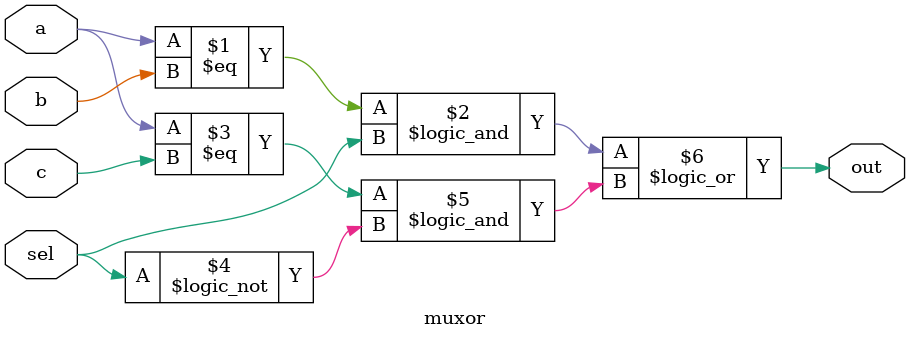
<source format=v>
	/*______________________________________________________________________
	* *
	* The logic modules below are coded explicitly, to ensure *
	* that the logic is implemented in a minimum of levels. *
	______________________________________________________________________*/
	
	module muxor(
							a, 
							b, 
							c, 
							sel, 
							out
							);
							
	input 		a, b, c, sel;
	output 		out;
	
	assign #1 		out = ( ((a == b) && sel) || ((a == c) && ! sel) );
	
	endmodule 
</source>
